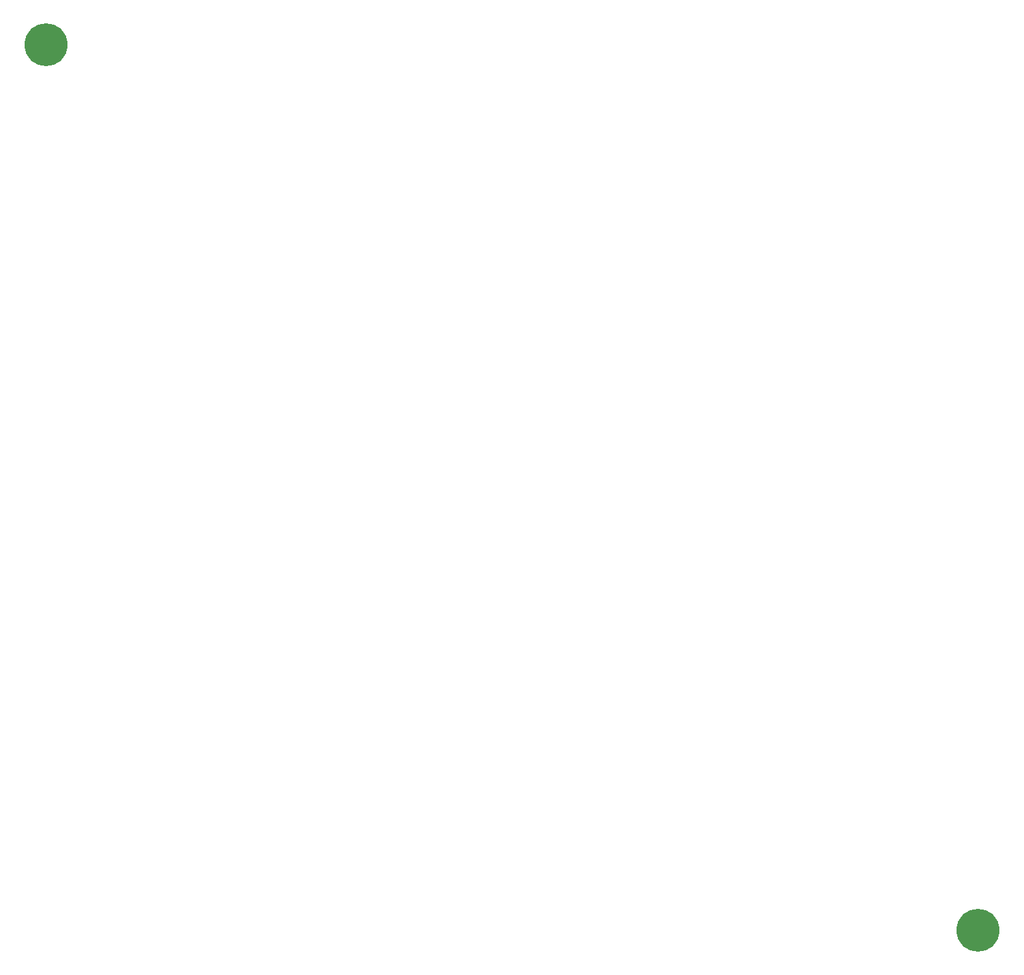
<source format=gbs>
G04 #@! TF.GenerationSoftware,KiCad,Pcbnew,9.0.6*
G04 #@! TF.CreationDate,2026-01-16T17:25:07+01:00*
G04 #@! TF.ProjectId,enclosure-front,656e636c-6f73-4757-9265-2d66726f6e74,rev?*
G04 #@! TF.SameCoordinates,Original*
G04 #@! TF.FileFunction,Soldermask,Bot*
G04 #@! TF.FilePolarity,Negative*
%FSLAX46Y46*%
G04 Gerber Fmt 4.6, Leading zero omitted, Abs format (unit mm)*
G04 Created by KiCad (PCBNEW 9.0.6) date 2026-01-16 17:25:07*
%MOMM*%
%LPD*%
G01*
G04 APERTURE LIST*
%ADD10C,3.600000*%
%ADD11C,5.600000*%
G04 APERTURE END LIST*
D10*
G04 #@! TO.C,H2*
X249700000Y-275700000D03*
D11*
X249700000Y-275700000D03*
G04 #@! TD*
D10*
G04 #@! TO.C,H1*
X128000000Y-160000000D03*
D11*
X128000000Y-160000000D03*
G04 #@! TD*
M02*

</source>
